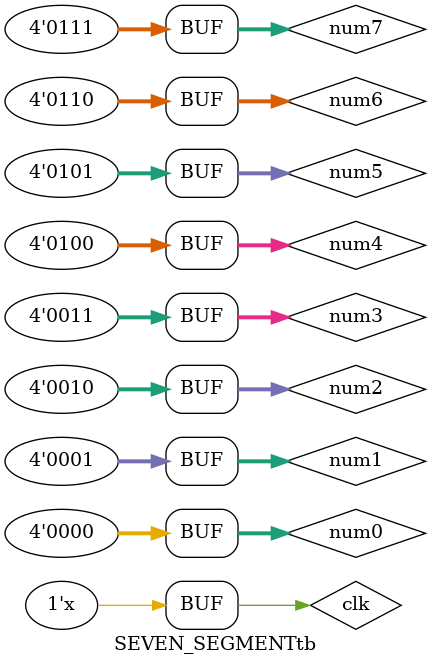
<source format=v>
`timescale 1ns / 1ps


module SEVEN_SEGMENTtb();
	wire [7:0] an;
    wire [7:0] low;
    reg clk;
    reg [3:0] num0, num1, num2, num3, num4, num5, num6, num7;

	SEVEN_SEGMENT test(clk, num0, num1, num2, num3, num4, num5, num6, num7,
	an, low );

	initial begin
		clk = 0;
		num0 = 0;
		num1 = 1;
		num2 = 2;
		num3 = 3;
		num4 = 4;
		num5 = 5;
		num6 = 6;
		num7 = 7;
	end

	always #1 clk = ~clk;
endmodule

</source>
